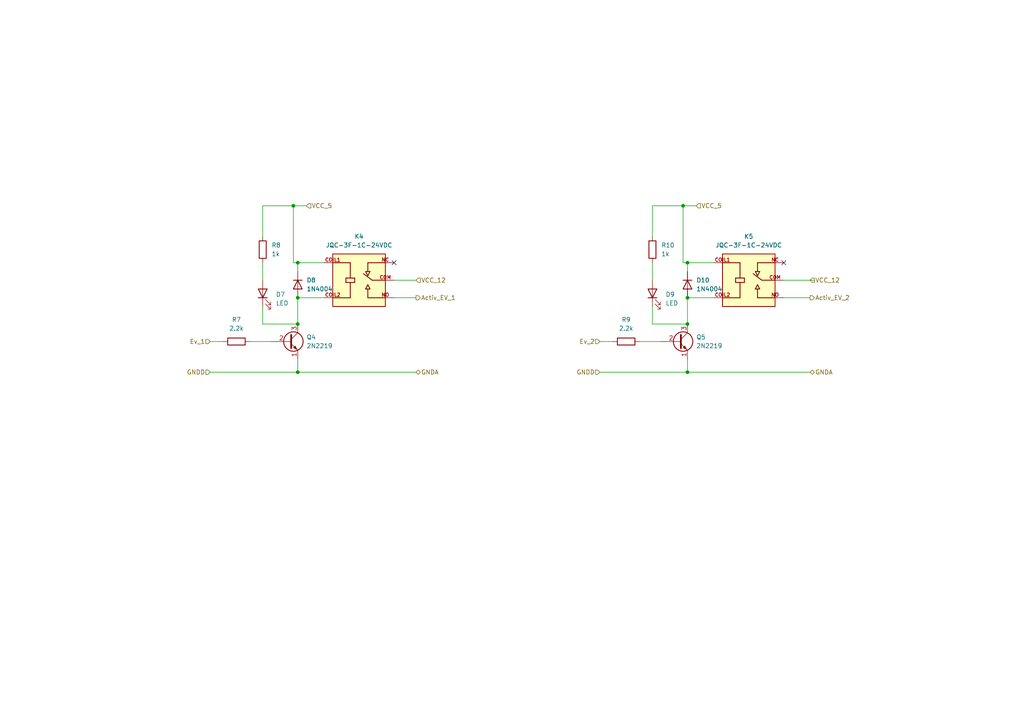
<source format=kicad_sch>
(kicad_sch (version 20211123) (generator eeschema)

  (uuid 590fddab-1aad-46bb-8e7a-98fbc9977e48)

  (paper "A4")

  (lib_symbols
    (symbol "Device:LED" (pin_numbers hide) (pin_names (offset 1.016) hide) (in_bom yes) (on_board yes)
      (property "Reference" "D" (id 0) (at 0 2.54 0)
        (effects (font (size 1.27 1.27)))
      )
      (property "Value" "LED" (id 1) (at 0 -2.54 0)
        (effects (font (size 1.27 1.27)))
      )
      (property "Footprint" "" (id 2) (at 0 0 0)
        (effects (font (size 1.27 1.27)) hide)
      )
      (property "Datasheet" "~" (id 3) (at 0 0 0)
        (effects (font (size 1.27 1.27)) hide)
      )
      (property "ki_keywords" "LED diode" (id 4) (at 0 0 0)
        (effects (font (size 1.27 1.27)) hide)
      )
      (property "ki_description" "Light emitting diode" (id 5) (at 0 0 0)
        (effects (font (size 1.27 1.27)) hide)
      )
      (property "ki_fp_filters" "LED* LED_SMD:* LED_THT:*" (id 6) (at 0 0 0)
        (effects (font (size 1.27 1.27)) hide)
      )
      (symbol "LED_0_1"
        (polyline
          (pts
            (xy -1.27 -1.27)
            (xy -1.27 1.27)
          )
          (stroke (width 0.254) (type default) (color 0 0 0 0))
          (fill (type none))
        )
        (polyline
          (pts
            (xy -1.27 0)
            (xy 1.27 0)
          )
          (stroke (width 0) (type default) (color 0 0 0 0))
          (fill (type none))
        )
        (polyline
          (pts
            (xy 1.27 -1.27)
            (xy 1.27 1.27)
            (xy -1.27 0)
            (xy 1.27 -1.27)
          )
          (stroke (width 0.254) (type default) (color 0 0 0 0))
          (fill (type none))
        )
        (polyline
          (pts
            (xy -3.048 -0.762)
            (xy -4.572 -2.286)
            (xy -3.81 -2.286)
            (xy -4.572 -2.286)
            (xy -4.572 -1.524)
          )
          (stroke (width 0) (type default) (color 0 0 0 0))
          (fill (type none))
        )
        (polyline
          (pts
            (xy -1.778 -0.762)
            (xy -3.302 -2.286)
            (xy -2.54 -2.286)
            (xy -3.302 -2.286)
            (xy -3.302 -1.524)
          )
          (stroke (width 0) (type default) (color 0 0 0 0))
          (fill (type none))
        )
      )
      (symbol "LED_1_1"
        (pin passive line (at -3.81 0 0) (length 2.54)
          (name "K" (effects (font (size 1.27 1.27))))
          (number "1" (effects (font (size 1.27 1.27))))
        )
        (pin passive line (at 3.81 0 180) (length 2.54)
          (name "A" (effects (font (size 1.27 1.27))))
          (number "2" (effects (font (size 1.27 1.27))))
        )
      )
    )
    (symbol "Device:R" (pin_numbers hide) (pin_names (offset 0)) (in_bom yes) (on_board yes)
      (property "Reference" "R" (id 0) (at 2.032 0 90)
        (effects (font (size 1.27 1.27)))
      )
      (property "Value" "R" (id 1) (at 0 0 90)
        (effects (font (size 1.27 1.27)))
      )
      (property "Footprint" "" (id 2) (at -1.778 0 90)
        (effects (font (size 1.27 1.27)) hide)
      )
      (property "Datasheet" "~" (id 3) (at 0 0 0)
        (effects (font (size 1.27 1.27)) hide)
      )
      (property "ki_keywords" "R res resistor" (id 4) (at 0 0 0)
        (effects (font (size 1.27 1.27)) hide)
      )
      (property "ki_description" "Resistor" (id 5) (at 0 0 0)
        (effects (font (size 1.27 1.27)) hide)
      )
      (property "ki_fp_filters" "R_*" (id 6) (at 0 0 0)
        (effects (font (size 1.27 1.27)) hide)
      )
      (symbol "R_0_1"
        (rectangle (start -1.016 -2.54) (end 1.016 2.54)
          (stroke (width 0.254) (type default) (color 0 0 0 0))
          (fill (type none))
        )
      )
      (symbol "R_1_1"
        (pin passive line (at 0 3.81 270) (length 1.27)
          (name "~" (effects (font (size 1.27 1.27))))
          (number "1" (effects (font (size 1.27 1.27))))
        )
        (pin passive line (at 0 -3.81 90) (length 1.27)
          (name "~" (effects (font (size 1.27 1.27))))
          (number "2" (effects (font (size 1.27 1.27))))
        )
      )
    )
    (symbol "Diode:1N4004" (pin_numbers hide) (pin_names (offset 1.016) hide) (in_bom yes) (on_board yes)
      (property "Reference" "D" (id 0) (at 0 2.54 0)
        (effects (font (size 1.27 1.27)))
      )
      (property "Value" "1N4004" (id 1) (at 0 -2.54 0)
        (effects (font (size 1.27 1.27)))
      )
      (property "Footprint" "Diode_THT:D_DO-41_SOD81_P10.16mm_Horizontal" (id 2) (at 0 -4.445 0)
        (effects (font (size 1.27 1.27)) hide)
      )
      (property "Datasheet" "http://www.vishay.com/docs/88503/1n4001.pdf" (id 3) (at 0 0 0)
        (effects (font (size 1.27 1.27)) hide)
      )
      (property "ki_keywords" "diode" (id 4) (at 0 0 0)
        (effects (font (size 1.27 1.27)) hide)
      )
      (property "ki_description" "400V 1A General Purpose Rectifier Diode, DO-41" (id 5) (at 0 0 0)
        (effects (font (size 1.27 1.27)) hide)
      )
      (property "ki_fp_filters" "D*DO?41*" (id 6) (at 0 0 0)
        (effects (font (size 1.27 1.27)) hide)
      )
      (symbol "1N4004_0_1"
        (polyline
          (pts
            (xy -1.27 1.27)
            (xy -1.27 -1.27)
          )
          (stroke (width 0.254) (type default) (color 0 0 0 0))
          (fill (type none))
        )
        (polyline
          (pts
            (xy 1.27 0)
            (xy -1.27 0)
          )
          (stroke (width 0) (type default) (color 0 0 0 0))
          (fill (type none))
        )
        (polyline
          (pts
            (xy 1.27 1.27)
            (xy 1.27 -1.27)
            (xy -1.27 0)
            (xy 1.27 1.27)
          )
          (stroke (width 0.254) (type default) (color 0 0 0 0))
          (fill (type none))
        )
      )
      (symbol "1N4004_1_1"
        (pin passive line (at -3.81 0 0) (length 2.54)
          (name "K" (effects (font (size 1.27 1.27))))
          (number "1" (effects (font (size 1.27 1.27))))
        )
        (pin passive line (at 3.81 0 180) (length 2.54)
          (name "A" (effects (font (size 1.27 1.27))))
          (number "2" (effects (font (size 1.27 1.27))))
        )
      )
    )
    (symbol "JQC-3F-1C-24VDC:JQC-3F-1C-24VDC" (pin_names (offset 1.016) hide) (in_bom yes) (on_board yes)
      (property "Reference" "K" (id 0) (at -7.62 8.89 0)
        (effects (font (size 1.27 1.27)) (justify left bottom))
      )
      (property "Value" "JQC-3F-1C-24VDC" (id 1) (at -7.62 -10.16 0)
        (effects (font (size 1.27 1.27)) (justify left bottom))
      )
      (property "Footprint" "RELAY_JQC-3F-1C-24VDC" (id 2) (at 0 0 0)
        (effects (font (size 1.27 1.27)) (justify left bottom) hide)
      )
      (property "Datasheet" "" (id 3) (at 0 0 0)
        (effects (font (size 1.27 1.27)) (justify left bottom) hide)
      )
      (property "MAXIMUM_PACKAGE_HEIGHT" "15.5 mm" (id 4) (at 0 0 0)
        (effects (font (size 1.27 1.27)) (justify left bottom) hide)
      )
      (property "MANUFACTURER" "YUEQING HENGWEI ELECTRONICS CO.,LTD." (id 5) (at 0 0 0)
        (effects (font (size 1.27 1.27)) (justify left bottom) hide)
      )
      (property "PARTREV" "N/A" (id 6) (at 0 0 0)
        (effects (font (size 1.27 1.27)) (justify left bottom) hide)
      )
      (property "STANDARD" "Manufacturer Recommendations" (id 7) (at 0 0 0)
        (effects (font (size 1.27 1.27)) (justify left bottom) hide)
      )
      (property "ki_locked" "" (id 8) (at 0 0 0)
        (effects (font (size 1.27 1.27)))
      )
      (symbol "JQC-3F-1C-24VDC_0_0"
        (rectangle (start -7.62 -7.62) (end 7.62 7.62)
          (stroke (width 0.254) (type default) (color 0 0 0 0))
          (fill (type background))
        )
        (polyline
          (pts
            (xy -7.62 -5.08)
            (xy -2.54 -5.08)
          )
          (stroke (width 0.254) (type default) (color 0 0 0 0))
          (fill (type none))
        )
        (polyline
          (pts
            (xy -7.62 5.08)
            (xy -2.54 5.08)
          )
          (stroke (width 0.254) (type default) (color 0 0 0 0))
          (fill (type none))
        )
        (polyline
          (pts
            (xy -3.81 -0.635)
            (xy -3.81 0.635)
          )
          (stroke (width 0.254) (type default) (color 0 0 0 0))
          (fill (type none))
        )
        (polyline
          (pts
            (xy -3.81 0.635)
            (xy -2.54 0.635)
          )
          (stroke (width 0.254) (type default) (color 0 0 0 0))
          (fill (type none))
        )
        (polyline
          (pts
            (xy -2.54 -0.635)
            (xy -3.81 -0.635)
          )
          (stroke (width 0.254) (type default) (color 0 0 0 0))
          (fill (type none))
        )
        (polyline
          (pts
            (xy -2.54 -0.635)
            (xy -2.54 -5.08)
          )
          (stroke (width 0.254) (type default) (color 0 0 0 0))
          (fill (type none))
        )
        (polyline
          (pts
            (xy -2.54 0.635)
            (xy -1.27 0.635)
          )
          (stroke (width 0.254) (type default) (color 0 0 0 0))
          (fill (type none))
        )
        (polyline
          (pts
            (xy -2.54 5.08)
            (xy -2.54 0.635)
          )
          (stroke (width 0.254) (type default) (color 0 0 0 0))
          (fill (type none))
        )
        (polyline
          (pts
            (xy -1.27 -0.635)
            (xy -2.54 -0.635)
          )
          (stroke (width 0.254) (type default) (color 0 0 0 0))
          (fill (type none))
        )
        (polyline
          (pts
            (xy -1.27 0.635)
            (xy -1.27 -0.635)
          )
          (stroke (width 0.254) (type default) (color 0 0 0 0))
          (fill (type none))
        )
        (polyline
          (pts
            (xy 2.54 -5.08)
            (xy 2.54 -2.54)
          )
          (stroke (width 0.254) (type default) (color 0 0 0 0))
          (fill (type none))
        )
        (polyline
          (pts
            (xy 2.54 5.08)
            (xy 2.54 2.54)
          )
          (stroke (width 0.254) (type default) (color 0 0 0 0))
          (fill (type none))
        )
        (polyline
          (pts
            (xy 2.54 5.08)
            (xy 7.62 5.08)
          )
          (stroke (width 0.254) (type default) (color 0 0 0 0))
          (fill (type none))
        )
        (polyline
          (pts
            (xy 3.81 0)
            (xy 1.27 1.905)
          )
          (stroke (width 0.254) (type default) (color 0 0 0 0))
          (fill (type none))
        )
        (polyline
          (pts
            (xy 7.62 -5.08)
            (xy 2.54 -5.08)
          )
          (stroke (width 0.254) (type default) (color 0 0 0 0))
          (fill (type none))
        )
        (polyline
          (pts
            (xy 7.62 0)
            (xy 3.81 0)
          )
          (stroke (width 0.254) (type default) (color 0 0 0 0))
          (fill (type none))
        )
        (polyline
          (pts
            (xy 1.905 -2.54)
            (xy 3.175 -2.54)
            (xy 2.54 -1.27)
            (xy 1.905 -2.54)
          )
          (stroke (width 0.254) (type default) (color 0 0 0 0))
          (fill (type background))
        )
        (polyline
          (pts
            (xy 3.175 2.54)
            (xy 1.905 2.54)
            (xy 2.54 1.27)
            (xy 3.175 2.54)
          )
          (stroke (width 0.254) (type default) (color 0 0 0 0))
          (fill (type background))
        )
        (pin passive line (at -10.16 5.08 0) (length 5.08)
          (name "~" (effects (font (size 1.016 1.016))))
          (number "COIL1" (effects (font (size 1.016 1.016))))
        )
        (pin passive line (at -10.16 -5.08 0) (length 5.08)
          (name "~" (effects (font (size 1.016 1.016))))
          (number "COIL2" (effects (font (size 1.016 1.016))))
        )
        (pin passive line (at 10.16 0 180) (length 5.08)
          (name "~" (effects (font (size 1.016 1.016))))
          (number "COM" (effects (font (size 1.016 1.016))))
        )
        (pin passive line (at 10.16 5.08 180) (length 5.08)
          (name "~" (effects (font (size 1.016 1.016))))
          (number "NC" (effects (font (size 1.016 1.016))))
        )
        (pin passive line (at 10.16 -5.08 180) (length 5.08)
          (name "~" (effects (font (size 1.016 1.016))))
          (number "NO" (effects (font (size 1.016 1.016))))
        )
      )
    )
    (symbol "Transistor_BJT:2N2219" (pin_names (offset 0) hide) (in_bom yes) (on_board yes)
      (property "Reference" "Q" (id 0) (at 5.08 1.905 0)
        (effects (font (size 1.27 1.27)) (justify left))
      )
      (property "Value" "2N2219" (id 1) (at 5.08 0 0)
        (effects (font (size 1.27 1.27)) (justify left))
      )
      (property "Footprint" "Package_TO_SOT_THT:TO-39-3" (id 2) (at 5.08 -1.905 0)
        (effects (font (size 1.27 1.27) italic) (justify left) hide)
      )
      (property "Datasheet" "http://www.onsemi.com/pub_link/Collateral/2N2219-D.PDF" (id 3) (at 0 0 0)
        (effects (font (size 1.27 1.27)) (justify left) hide)
      )
      (property "ki_keywords" "NPN Transistor" (id 4) (at 0 0 0)
        (effects (font (size 1.27 1.27)) hide)
      )
      (property "ki_description" "800mA Ic, 50V Vce, NPN Transistor, TO-39" (id 5) (at 0 0 0)
        (effects (font (size 1.27 1.27)) hide)
      )
      (property "ki_fp_filters" "TO?39*" (id 6) (at 0 0 0)
        (effects (font (size 1.27 1.27)) hide)
      )
      (symbol "2N2219_0_1"
        (polyline
          (pts
            (xy 0.635 0.635)
            (xy 2.54 2.54)
          )
          (stroke (width 0) (type default) (color 0 0 0 0))
          (fill (type none))
        )
        (polyline
          (pts
            (xy 0.635 -0.635)
            (xy 2.54 -2.54)
            (xy 2.54 -2.54)
          )
          (stroke (width 0) (type default) (color 0 0 0 0))
          (fill (type none))
        )
        (polyline
          (pts
            (xy 0.635 1.905)
            (xy 0.635 -1.905)
            (xy 0.635 -1.905)
          )
          (stroke (width 0.508) (type default) (color 0 0 0 0))
          (fill (type none))
        )
        (polyline
          (pts
            (xy 1.27 -1.778)
            (xy 1.778 -1.27)
            (xy 2.286 -2.286)
            (xy 1.27 -1.778)
            (xy 1.27 -1.778)
          )
          (stroke (width 0) (type default) (color 0 0 0 0))
          (fill (type outline))
        )
        (circle (center 1.27 0) (radius 2.8194)
          (stroke (width 0.254) (type default) (color 0 0 0 0))
          (fill (type none))
        )
      )
      (symbol "2N2219_1_1"
        (pin passive line (at 2.54 -5.08 90) (length 2.54)
          (name "E" (effects (font (size 1.27 1.27))))
          (number "1" (effects (font (size 1.27 1.27))))
        )
        (pin passive line (at -5.08 0 0) (length 5.715)
          (name "B" (effects (font (size 1.27 1.27))))
          (number "2" (effects (font (size 1.27 1.27))))
        )
        (pin passive line (at 2.54 5.08 270) (length 2.54)
          (name "C" (effects (font (size 1.27 1.27))))
          (number "3" (effects (font (size 1.27 1.27))))
        )
      )
    )
  )

  (junction (at 85.09 59.69) (diameter 0) (color 0 0 0 0)
    (uuid 28e09edd-3b09-43d8-a067-6701066ceec4)
  )
  (junction (at 199.39 76.2) (diameter 0) (color 0 0 0 0)
    (uuid 3f1c363d-326a-43dd-8f85-817a0e5da591)
  )
  (junction (at 199.39 86.36) (diameter 0) (color 0 0 0 0)
    (uuid 4cb18511-c81d-44f1-8e0d-a24a09341f73)
  )
  (junction (at 86.36 107.95) (diameter 0) (color 0 0 0 0)
    (uuid 4d5c36a6-29cd-4f2f-8d3a-6a096cb30b80)
  )
  (junction (at 86.36 76.2) (diameter 0) (color 0 0 0 0)
    (uuid 5977b6ea-9fc8-46b1-827a-47eb0051b2e7)
  )
  (junction (at 86.36 93.98) (diameter 0) (color 0 0 0 0)
    (uuid 7e7df42f-30d6-46dd-a739-874de65b2ef8)
  )
  (junction (at 199.39 107.95) (diameter 0) (color 0 0 0 0)
    (uuid 8176f134-2b23-4757-b0f0-066d5c07dfdb)
  )
  (junction (at 86.36 86.36) (diameter 0) (color 0 0 0 0)
    (uuid b86b240f-dff8-436e-9bbb-f3e8e23cedde)
  )
  (junction (at 199.39 93.98) (diameter 0) (color 0 0 0 0)
    (uuid d35d59a7-9400-4fb1-a386-57868f793e2a)
  )
  (junction (at 198.12 59.69) (diameter 0) (color 0 0 0 0)
    (uuid e8dfeda3-2f61-4d37-ac1a-615dd62ba249)
  )

  (no_connect (at 227.33 76.2) (uuid 18ee6f7e-d1c7-4304-936d-12fda5673b82))
  (no_connect (at 114.3 76.2) (uuid 5dccdf9b-4944-44b2-9145-40d994d7e63b))

  (wire (pts (xy 76.2 59.69) (xy 85.09 59.69))
    (stroke (width 0) (type default) (color 0 0 0 0))
    (uuid 007d3def-bd65-4a78-b0f4-9d24c6105bab)
  )
  (wire (pts (xy 198.12 59.69) (xy 198.12 76.2))
    (stroke (width 0) (type default) (color 0 0 0 0))
    (uuid 0cd20598-50b4-482b-a91f-3c72ee0898c9)
  )
  (wire (pts (xy 189.23 93.98) (xy 199.39 93.98))
    (stroke (width 0) (type default) (color 0 0 0 0))
    (uuid 14204c1d-7c70-465f-adad-192ac89e7d90)
  )
  (wire (pts (xy 86.36 76.2) (xy 93.98 76.2))
    (stroke (width 0) (type default) (color 0 0 0 0))
    (uuid 193f9234-8e4d-45ed-90f7-2c693203071e)
  )
  (wire (pts (xy 76.2 88.9) (xy 76.2 93.98))
    (stroke (width 0) (type default) (color 0 0 0 0))
    (uuid 20cd7e82-f6d3-4d11-b475-d58d51a71eb8)
  )
  (wire (pts (xy 189.23 59.69) (xy 198.12 59.69))
    (stroke (width 0) (type default) (color 0 0 0 0))
    (uuid 23d37bc4-1004-4d3f-8717-37090c5adf07)
  )
  (wire (pts (xy 199.39 86.36) (xy 207.01 86.36))
    (stroke (width 0) (type default) (color 0 0 0 0))
    (uuid 3361f755-21a4-48b0-bd4d-5ab33844b3cf)
  )
  (wire (pts (xy 86.36 107.95) (xy 120.65 107.95))
    (stroke (width 0) (type default) (color 0 0 0 0))
    (uuid 3c2824e0-33fa-41fa-8eff-d0e8d0593611)
  )
  (wire (pts (xy 76.2 68.58) (xy 76.2 59.69))
    (stroke (width 0) (type default) (color 0 0 0 0))
    (uuid 45894bf4-15c5-4af8-b017-05986920f345)
  )
  (wire (pts (xy 198.12 76.2) (xy 199.39 76.2))
    (stroke (width 0) (type default) (color 0 0 0 0))
    (uuid 4be38272-8c8c-40a5-a0ae-05154d174169)
  )
  (wire (pts (xy 86.36 78.74) (xy 86.36 76.2))
    (stroke (width 0) (type default) (color 0 0 0 0))
    (uuid 4fe863a2-0eaa-4c84-ab0a-4df57ba78b16)
  )
  (wire (pts (xy 201.93 59.69) (xy 198.12 59.69))
    (stroke (width 0) (type default) (color 0 0 0 0))
    (uuid 5f62ff58-2d85-4ee2-8aba-a0bf8a742f99)
  )
  (wire (pts (xy 114.3 81.28) (xy 120.65 81.28))
    (stroke (width 0) (type default) (color 0 0 0 0))
    (uuid 60c95324-2f0d-411b-b6f5-466b4d1b04e9)
  )
  (wire (pts (xy 114.3 86.36) (xy 120.65 86.36))
    (stroke (width 0) (type default) (color 0 0 0 0))
    (uuid 64e8ce0a-96dd-41e0-9b1d-56896894cec2)
  )
  (wire (pts (xy 199.39 86.36) (xy 199.39 93.98))
    (stroke (width 0) (type default) (color 0 0 0 0))
    (uuid 66bd1bc7-1e6d-4df8-8836-aa29365bf7d8)
  )
  (wire (pts (xy 85.09 59.69) (xy 85.09 76.2))
    (stroke (width 0) (type default) (color 0 0 0 0))
    (uuid 66d22e64-7ce7-419f-a870-92e262b56575)
  )
  (wire (pts (xy 199.39 78.74) (xy 199.39 76.2))
    (stroke (width 0) (type default) (color 0 0 0 0))
    (uuid 6749d2e7-3246-4cc4-b639-1ec363deba62)
  )
  (wire (pts (xy 227.33 81.28) (xy 236.22 81.28))
    (stroke (width 0) (type default) (color 0 0 0 0))
    (uuid 72287079-1145-4567-a6e4-c35d1ad7dbf7)
  )
  (wire (pts (xy 199.39 76.2) (xy 207.01 76.2))
    (stroke (width 0) (type default) (color 0 0 0 0))
    (uuid 723d2d5b-b074-46d8-85ea-6cec37e77aa3)
  )
  (wire (pts (xy 227.33 86.36) (xy 234.95 86.36))
    (stroke (width 0) (type default) (color 0 0 0 0))
    (uuid 8ba07576-6f00-45ef-b199-29fc4fcd9e6a)
  )
  (wire (pts (xy 86.36 104.14) (xy 86.36 107.95))
    (stroke (width 0) (type default) (color 0 0 0 0))
    (uuid 8c47ae6e-4b84-469a-8fc9-504091c5cae5)
  )
  (wire (pts (xy 199.39 107.95) (xy 234.95 107.95))
    (stroke (width 0) (type default) (color 0 0 0 0))
    (uuid 8d5882a1-83bd-4502-a314-582cd4598044)
  )
  (wire (pts (xy 189.23 68.58) (xy 189.23 59.69))
    (stroke (width 0) (type default) (color 0 0 0 0))
    (uuid 97552ada-f544-4998-a46d-4b2fdb112820)
  )
  (wire (pts (xy 199.39 104.14) (xy 199.39 107.95))
    (stroke (width 0) (type default) (color 0 0 0 0))
    (uuid a17236a4-831a-422a-a6a8-24f8f4ccbb26)
  )
  (wire (pts (xy 88.9 59.69) (xy 85.09 59.69))
    (stroke (width 0) (type default) (color 0 0 0 0))
    (uuid a18b0eaa-064b-406a-a808-1a5f533295b1)
  )
  (wire (pts (xy 60.96 99.06) (xy 64.77 99.06))
    (stroke (width 0) (type default) (color 0 0 0 0))
    (uuid a3dc6d8f-5ffb-44c6-bc95-b7507d1da5bf)
  )
  (wire (pts (xy 72.39 99.06) (xy 78.74 99.06))
    (stroke (width 0) (type default) (color 0 0 0 0))
    (uuid b2b65aa3-57b8-4f54-804f-3bb3d94f3e9e)
  )
  (wire (pts (xy 199.39 107.95) (xy 173.99 107.95))
    (stroke (width 0) (type default) (color 0 0 0 0))
    (uuid b57519cd-dd76-45ef-8854-ffa806b7cdbc)
  )
  (wire (pts (xy 76.2 76.2) (xy 76.2 81.28))
    (stroke (width 0) (type default) (color 0 0 0 0))
    (uuid b71a1d70-086c-4c88-9a6b-98a5f6703d78)
  )
  (wire (pts (xy 189.23 88.9) (xy 189.23 93.98))
    (stroke (width 0) (type default) (color 0 0 0 0))
    (uuid bb654aee-95a1-491a-8f93-ffe43d3162bf)
  )
  (wire (pts (xy 86.36 107.95) (xy 60.96 107.95))
    (stroke (width 0) (type default) (color 0 0 0 0))
    (uuid bffe3c13-9e19-4a7d-af9e-d6cca1ed0f51)
  )
  (wire (pts (xy 185.42 99.06) (xy 191.77 99.06))
    (stroke (width 0) (type default) (color 0 0 0 0))
    (uuid ca4e7580-31fd-4594-8442-d9ce166cd417)
  )
  (wire (pts (xy 86.36 86.36) (xy 86.36 93.98))
    (stroke (width 0) (type default) (color 0 0 0 0))
    (uuid d1bda1c1-a0c1-476f-b240-641e0fb389f5)
  )
  (wire (pts (xy 189.23 76.2) (xy 189.23 81.28))
    (stroke (width 0) (type default) (color 0 0 0 0))
    (uuid d62cd84e-4a93-4611-ba63-d0b00362af5a)
  )
  (wire (pts (xy 86.36 86.36) (xy 93.98 86.36))
    (stroke (width 0) (type default) (color 0 0 0 0))
    (uuid d6aff48e-bc18-4f54-926f-27698886fbd3)
  )
  (wire (pts (xy 76.2 93.98) (xy 86.36 93.98))
    (stroke (width 0) (type default) (color 0 0 0 0))
    (uuid dd72e116-126f-494d-8be5-ade7f87be102)
  )
  (wire (pts (xy 173.99 99.06) (xy 177.8 99.06))
    (stroke (width 0) (type default) (color 0 0 0 0))
    (uuid ea3906f6-94d3-4798-9a3f-1d513051b27d)
  )
  (wire (pts (xy 85.09 76.2) (xy 86.36 76.2))
    (stroke (width 0) (type default) (color 0 0 0 0))
    (uuid f5435993-0ff8-4fc3-9dc1-1b7e3360073b)
  )

  (hierarchical_label "Ev_1" (shape input) (at 60.96 99.06 180)
    (effects (font (size 1.27 1.27)) (justify right))
    (uuid 1adfe47f-fabf-4a55-95f3-fb6b5e42c8f8)
  )
  (hierarchical_label "VCC_12" (shape input) (at 234.95 81.28 0)
    (effects (font (size 1.27 1.27)) (justify left))
    (uuid 34cc6066-132e-4b23-80c8-74d52ccf0ee3)
  )
  (hierarchical_label "GNDA" (shape bidirectional) (at 120.65 107.95 0)
    (effects (font (size 1.27 1.27)) (justify left))
    (uuid 43971692-1c9c-43b8-803a-72f52d194636)
  )
  (hierarchical_label "VCC_12" (shape input) (at 120.65 81.28 0)
    (effects (font (size 1.27 1.27)) (justify left))
    (uuid 4774cd6b-88b5-4ecb-8fca-7f7fb1da1428)
  )
  (hierarchical_label "Activ_EV_2" (shape output) (at 234.95 86.36 0)
    (effects (font (size 1.27 1.27)) (justify left))
    (uuid 4892ebcd-248c-4b1f-a75b-1880ecd483ce)
  )
  (hierarchical_label "GNDA" (shape bidirectional) (at 234.95 107.95 0)
    (effects (font (size 1.27 1.27)) (justify left))
    (uuid 5070bd58-d268-4ce1-a5ff-14dc324193e4)
  )
  (hierarchical_label "GNDD" (shape input) (at 60.96 107.95 180)
    (effects (font (size 1.27 1.27)) (justify right))
    (uuid 60d9d6a8-0894-40ca-af5a-b5c0c4e88f1d)
  )
  (hierarchical_label "VCC_5" (shape input) (at 88.9 59.69 0)
    (effects (font (size 1.27 1.27)) (justify left))
    (uuid 6b6bc304-3b7f-4306-9f66-b856996901f8)
  )
  (hierarchical_label "GNDD" (shape input) (at 173.99 107.95 180)
    (effects (font (size 1.27 1.27)) (justify right))
    (uuid 89498dd5-71f3-470d-b005-b8c46e04a554)
  )
  (hierarchical_label "Activ_EV_1" (shape output) (at 120.65 86.36 0)
    (effects (font (size 1.27 1.27)) (justify left))
    (uuid 938556fb-dbcf-4eeb-a81e-aae1b780ffda)
  )
  (hierarchical_label "VCC_5" (shape input) (at 201.93 59.69 0)
    (effects (font (size 1.27 1.27)) (justify left))
    (uuid b5883501-2349-45c7-b2f3-61f16ebe6240)
  )
  (hierarchical_label "Ev_2" (shape input) (at 173.99 99.06 180)
    (effects (font (size 1.27 1.27)) (justify right))
    (uuid f66f3ec1-490c-4ef6-bfd0-5cd2fbf0e7d8)
  )

  (symbol (lib_id "Device:R") (at 76.2 72.39 0) (unit 1)
    (in_bom yes) (on_board yes)
    (uuid 067aa997-ba53-40ba-8dcb-b897b4365f45)
    (property "Reference" "R8" (id 0) (at 78.74 71.1199 0)
      (effects (font (size 1.27 1.27)) (justify left))
    )
    (property "Value" "1k" (id 1) (at 78.74 73.6599 0)
      (effects (font (size 1.27 1.27)) (justify left))
    )
    (property "Footprint" "Resistor_SMD:R_0805_2012Metric_Pad1.20x1.40mm_HandSolder" (id 2) (at 74.422 72.39 90)
      (effects (font (size 1.27 1.27)) hide)
    )
    (property "Datasheet" "~" (id 3) (at 76.2 72.39 0)
      (effects (font (size 1.27 1.27)) hide)
    )
    (pin "1" (uuid 863d08f8-8d6b-4dbe-8a39-66807cbdeffd))
    (pin "2" (uuid 66517eca-8698-4729-bb27-506ec0dd9216))
  )

  (symbol (lib_id "Device:LED") (at 189.23 85.09 90) (unit 1)
    (in_bom yes) (on_board yes) (fields_autoplaced)
    (uuid 1a681f8f-243f-42c3-9786-5238196713d1)
    (property "Reference" "D9" (id 0) (at 193.04 85.4074 90)
      (effects (font (size 1.27 1.27)) (justify right))
    )
    (property "Value" "LED" (id 1) (at 193.04 87.9474 90)
      (effects (font (size 1.27 1.27)) (justify right))
    )
    (property "Footprint" "LED_SMD:LED_0603_1608Metric_Pad1.05x0.95mm_HandSolder" (id 2) (at 189.23 85.09 0)
      (effects (font (size 1.27 1.27)) hide)
    )
    (property "Datasheet" "~" (id 3) (at 189.23 85.09 0)
      (effects (font (size 1.27 1.27)) hide)
    )
    (pin "1" (uuid 473e7bf4-3074-4cdb-a4ec-78e90683d38a))
    (pin "2" (uuid 432de050-958b-48a8-a25f-e1804d76381e))
  )

  (symbol (lib_id "Device:R") (at 189.23 72.39 0) (unit 1)
    (in_bom yes) (on_board yes)
    (uuid 2a42b67a-aac8-4c7f-8a10-18a05f98745a)
    (property "Reference" "R10" (id 0) (at 191.77 71.1199 0)
      (effects (font (size 1.27 1.27)) (justify left))
    )
    (property "Value" "1k" (id 1) (at 191.77 73.6599 0)
      (effects (font (size 1.27 1.27)) (justify left))
    )
    (property "Footprint" "Resistor_SMD:R_0805_2012Metric_Pad1.20x1.40mm_HandSolder" (id 2) (at 187.452 72.39 90)
      (effects (font (size 1.27 1.27)) hide)
    )
    (property "Datasheet" "~" (id 3) (at 189.23 72.39 0)
      (effects (font (size 1.27 1.27)) hide)
    )
    (pin "1" (uuid 7d8adfaf-1546-469f-9cde-4a2521124c02))
    (pin "2" (uuid 37d57d6b-6e76-4495-b559-5ba815ab8e8b))
  )

  (symbol (lib_id "Device:R") (at 181.61 99.06 270) (unit 1)
    (in_bom yes) (on_board yes) (fields_autoplaced)
    (uuid 6133d972-5a60-44bb-92ba-7f464a18ea59)
    (property "Reference" "R9" (id 0) (at 181.61 92.71 90))
    (property "Value" "2.2k" (id 1) (at 181.61 95.25 90))
    (property "Footprint" "Resistor_SMD:R_0805_2012Metric_Pad1.20x1.40mm_HandSolder" (id 2) (at 181.61 97.282 90)
      (effects (font (size 1.27 1.27)) hide)
    )
    (property "Datasheet" "~" (id 3) (at 181.61 99.06 0)
      (effects (font (size 1.27 1.27)) hide)
    )
    (pin "1" (uuid 66339cc2-1557-4c82-8845-7db7e21aa055))
    (pin "2" (uuid 986865dd-9223-4008-b531-92fbbecad914))
  )

  (symbol (lib_id "Diode:1N4004") (at 86.36 82.55 270) (unit 1)
    (in_bom yes) (on_board yes) (fields_autoplaced)
    (uuid 690085ef-8fb2-4746-a24e-03b142dcaa7a)
    (property "Reference" "D8" (id 0) (at 88.9 81.2799 90)
      (effects (font (size 1.27 1.27)) (justify left))
    )
    (property "Value" "1N4004" (id 1) (at 88.9 83.8199 90)
      (effects (font (size 1.27 1.27)) (justify left))
    )
    (property "Footprint" "Diode_SMD:D_2512_6332Metric_Pad1.52x3.35mm_HandSolder" (id 2) (at 81.915 82.55 0)
      (effects (font (size 1.27 1.27)) hide)
    )
    (property "Datasheet" "http://www.vishay.com/docs/88503/1n4001.pdf" (id 3) (at 86.36 82.55 0)
      (effects (font (size 1.27 1.27)) hide)
    )
    (pin "1" (uuid 34535e46-5d79-40f4-97b4-49ad323da5f4))
    (pin "2" (uuid 0f44187e-79f0-4469-867d-102ab6cedf11))
  )

  (symbol (lib_id "Transistor_BJT:2N2219") (at 196.85 99.06 0) (unit 1)
    (in_bom yes) (on_board yes) (fields_autoplaced)
    (uuid 81718446-2b43-46e9-a3e6-6c1a59760920)
    (property "Reference" "Q5" (id 0) (at 201.93 97.7899 0)
      (effects (font (size 1.27 1.27)) (justify left))
    )
    (property "Value" "2N2219" (id 1) (at 201.93 100.3299 0)
      (effects (font (size 1.27 1.27)) (justify left))
    )
    (property "Footprint" "Package_TO_SOT_SMD:SOT-23" (id 2) (at 201.93 100.965 0)
      (effects (font (size 1.27 1.27) italic) (justify left) hide)
    )
    (property "Datasheet" "http://www.onsemi.com/pub_link/Collateral/2N2219-D.PDF" (id 3) (at 196.85 99.06 0)
      (effects (font (size 1.27 1.27)) (justify left) hide)
    )
    (pin "1" (uuid 1c2b71c3-2f43-4ba1-8979-10d59ccf960d))
    (pin "2" (uuid 5f4b6f97-9862-4c82-b702-88a6b05e7107))
    (pin "3" (uuid 524e01b3-9fb0-4b5f-bfcf-6c0a98b676a1))
  )

  (symbol (lib_id "JQC-3F-1C-24VDC:JQC-3F-1C-24VDC") (at 104.14 81.28 0) (unit 1)
    (in_bom yes) (on_board yes) (fields_autoplaced)
    (uuid 966a4d5f-60bd-4778-bbed-af3c93f73280)
    (property "Reference" "K4" (id 0) (at 104.14 68.58 0))
    (property "Value" "JQC-3F-1C-24VDC" (id 1) (at 104.14 71.12 0))
    (property "Footprint" "JQC-3F-1C:RELAY_JQC-3F-1C-24VDC" (id 2) (at 104.14 81.28 0)
      (effects (font (size 1.27 1.27)) (justify left bottom) hide)
    )
    (property "Datasheet" "" (id 3) (at 104.14 81.28 0)
      (effects (font (size 1.27 1.27)) (justify left bottom) hide)
    )
    (property "MAXIMUM_PACKAGE_HEIGHT" "15.5 mm" (id 4) (at 104.14 81.28 0)
      (effects (font (size 1.27 1.27)) (justify left bottom) hide)
    )
    (property "MANUFACTURER" "YUEQING HENGWEI ELECTRONICS CO.,LTD." (id 5) (at 104.14 81.28 0)
      (effects (font (size 1.27 1.27)) (justify left bottom) hide)
    )
    (property "PARTREV" "N/A" (id 6) (at 104.14 81.28 0)
      (effects (font (size 1.27 1.27)) (justify left bottom) hide)
    )
    (property "STANDARD" "Manufacturer Recommendations" (id 7) (at 104.14 81.28 0)
      (effects (font (size 1.27 1.27)) (justify left bottom) hide)
    )
    (pin "COIL1" (uuid 8a0f0913-635b-4d8c-9cf8-f795302d3b4e))
    (pin "COIL2" (uuid 61bdff15-2984-43e8-8b95-accb900c6754))
    (pin "COM" (uuid 6ecd5f8a-1403-4936-b743-c7db40c9fd7a))
    (pin "NC" (uuid 410c7d97-17fc-440c-b7c8-086f18d9078c))
    (pin "NO" (uuid 294c1c77-68ec-4e80-9cd7-67a6e6cddfce))
  )

  (symbol (lib_id "Diode:1N4004") (at 199.39 82.55 270) (unit 1)
    (in_bom yes) (on_board yes) (fields_autoplaced)
    (uuid 9de12b67-73d3-4576-a7cd-9f0b21ae65d7)
    (property "Reference" "D10" (id 0) (at 201.93 81.2799 90)
      (effects (font (size 1.27 1.27)) (justify left))
    )
    (property "Value" "1N4004" (id 1) (at 201.93 83.8199 90)
      (effects (font (size 1.27 1.27)) (justify left))
    )
    (property "Footprint" "Diode_SMD:D_2512_6332Metric_Pad1.52x3.35mm_HandSolder" (id 2) (at 194.945 82.55 0)
      (effects (font (size 1.27 1.27)) hide)
    )
    (property "Datasheet" "http://www.vishay.com/docs/88503/1n4001.pdf" (id 3) (at 199.39 82.55 0)
      (effects (font (size 1.27 1.27)) hide)
    )
    (pin "1" (uuid f17d69e4-f0be-4a2a-a40e-2bac9b58556f))
    (pin "2" (uuid d5b9cdc4-5732-4add-bef9-e9c27708bca1))
  )

  (symbol (lib_id "Device:R") (at 68.58 99.06 270) (unit 1)
    (in_bom yes) (on_board yes) (fields_autoplaced)
    (uuid c440fd8a-ccb9-4cc6-9f6c-5d93d397fc68)
    (property "Reference" "R7" (id 0) (at 68.58 92.71 90))
    (property "Value" "2.2k" (id 1) (at 68.58 95.25 90))
    (property "Footprint" "Resistor_SMD:R_0805_2012Metric_Pad1.20x1.40mm_HandSolder" (id 2) (at 68.58 97.282 90)
      (effects (font (size 1.27 1.27)) hide)
    )
    (property "Datasheet" "~" (id 3) (at 68.58 99.06 0)
      (effects (font (size 1.27 1.27)) hide)
    )
    (pin "1" (uuid d355705e-dfbc-4bf7-b193-6f26a9e36922))
    (pin "2" (uuid 0b0316d8-45e6-4889-96c8-737d4be7e74a))
  )

  (symbol (lib_id "Transistor_BJT:2N2219") (at 83.82 99.06 0) (unit 1)
    (in_bom yes) (on_board yes) (fields_autoplaced)
    (uuid d3565b28-cb6e-4231-bf7f-c5052e9a24bf)
    (property "Reference" "Q4" (id 0) (at 88.9 97.7899 0)
      (effects (font (size 1.27 1.27)) (justify left))
    )
    (property "Value" "2N2219" (id 1) (at 88.9 100.3299 0)
      (effects (font (size 1.27 1.27)) (justify left))
    )
    (property "Footprint" "Package_TO_SOT_SMD:SOT-23" (id 2) (at 88.9 100.965 0)
      (effects (font (size 1.27 1.27) italic) (justify left) hide)
    )
    (property "Datasheet" "http://www.onsemi.com/pub_link/Collateral/2N2219-D.PDF" (id 3) (at 83.82 99.06 0)
      (effects (font (size 1.27 1.27)) (justify left) hide)
    )
    (pin "1" (uuid 10cc41d0-717e-4ee9-84a9-069f6ca175cf))
    (pin "2" (uuid 208f4939-b3ad-4fd9-a65b-1133682d23e5))
    (pin "3" (uuid bc05de4b-1564-4e29-a6c1-21ee854c6b2f))
  )

  (symbol (lib_id "JQC-3F-1C-24VDC:JQC-3F-1C-24VDC") (at 217.17 81.28 0) (unit 1)
    (in_bom yes) (on_board yes) (fields_autoplaced)
    (uuid d3d0f4db-dd41-496c-87e6-e6efdf6f0026)
    (property "Reference" "K5" (id 0) (at 217.17 68.58 0))
    (property "Value" "JQC-3F-1C-24VDC" (id 1) (at 217.17 71.12 0))
    (property "Footprint" "JQC-3F-1C:RELAY_JQC-3F-1C-24VDC" (id 2) (at 217.17 81.28 0)
      (effects (font (size 1.27 1.27)) (justify left bottom) hide)
    )
    (property "Datasheet" "" (id 3) (at 217.17 81.28 0)
      (effects (font (size 1.27 1.27)) (justify left bottom) hide)
    )
    (property "MAXIMUM_PACKAGE_HEIGHT" "15.5 mm" (id 4) (at 217.17 81.28 0)
      (effects (font (size 1.27 1.27)) (justify left bottom) hide)
    )
    (property "MANUFACTURER" "YUEQING HENGWEI ELECTRONICS CO.,LTD." (id 5) (at 217.17 81.28 0)
      (effects (font (size 1.27 1.27)) (justify left bottom) hide)
    )
    (property "PARTREV" "N/A" (id 6) (at 217.17 81.28 0)
      (effects (font (size 1.27 1.27)) (justify left bottom) hide)
    )
    (property "STANDARD" "Manufacturer Recommendations" (id 7) (at 217.17 81.28 0)
      (effects (font (size 1.27 1.27)) (justify left bottom) hide)
    )
    (pin "COIL1" (uuid 6be36b7f-adac-4088-a38b-959e25659527))
    (pin "COIL2" (uuid 79d67a85-18cf-4fc2-bf4a-5550fe83a586))
    (pin "COM" (uuid fdbb150e-72a3-418c-8f51-034e8444b2c7))
    (pin "NC" (uuid c0f5eef6-20fe-4ae7-9239-f58e49eff1f5))
    (pin "NO" (uuid 413351a0-ed68-4aaa-8c0d-9e53caf9ec09))
  )

  (symbol (lib_id "Device:LED") (at 76.2 85.09 90) (unit 1)
    (in_bom yes) (on_board yes) (fields_autoplaced)
    (uuid d95a67c7-595d-4a9b-b40a-c5502d85413f)
    (property "Reference" "D7" (id 0) (at 80.01 85.4074 90)
      (effects (font (size 1.27 1.27)) (justify right))
    )
    (property "Value" "LED" (id 1) (at 80.01 87.9474 90)
      (effects (font (size 1.27 1.27)) (justify right))
    )
    (property "Footprint" "LED_SMD:LED_0603_1608Metric_Pad1.05x0.95mm_HandSolder" (id 2) (at 76.2 85.09 0)
      (effects (font (size 1.27 1.27)) hide)
    )
    (property "Datasheet" "~" (id 3) (at 76.2 85.09 0)
      (effects (font (size 1.27 1.27)) hide)
    )
    (pin "1" (uuid d43474bd-40cd-4f7d-a499-3b91247d7eae))
    (pin "2" (uuid 2fed92b5-fa98-42d0-b587-a06504fdc1a4))
  )
)

</source>
